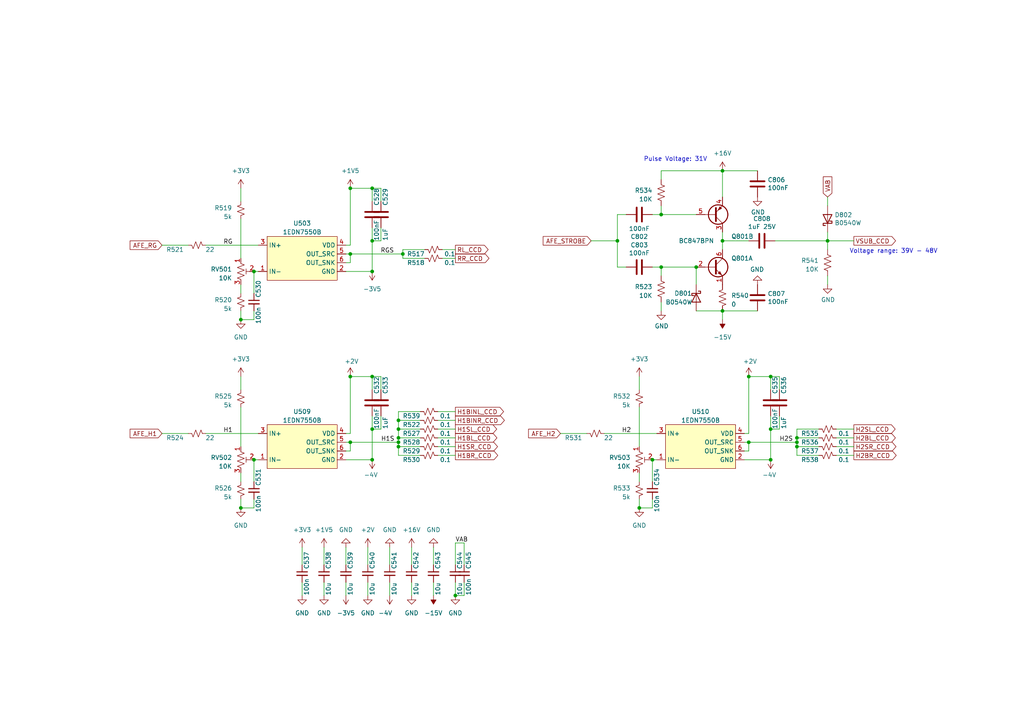
<source format=kicad_sch>
(kicad_sch (version 20230121) (generator eeschema)
  (paper "A4")
  (title_block (title "Sitina 1 CCD H Drivers") (date "2023-08-19") (rev "R0.7") (company "Copyright 2023 Wenting Zhang, AL") (comment 2 "MERCHANTABILITY, SATISFACTORY QUALITY AND FITNESS FOR A PARTICULAR PURPOSE.") (comment 3 "This source is distributed WITHOUT ANY EXPRESS OR IMPLIED WARRANTY, INCLUDING OF") (comment 4 "This source describes Open Hardware and is licensed under the CERN-OHL-P v2."))
  (lib_symbols
    (symbol "Device:C" (pin_numbers hide) (pin_names (offset 0.254))
      (property "Reference" "C" (at 0.635 2.54 0))
      (property "Value" "C" (at 0.635 -2.54 0))
      (symbol "C_0_1"
        (polyline (pts (xy -2.032 -0.762) (xy 2.032 -0.762)) (stroke (width 0.508)))
        (polyline (pts (xy -2.032 0.762) (xy 2.032 0.762)) (stroke (width 0.508)))
      )
      (symbol "C_1_1"
        (pin passive line (at 0 3.81 270) (length 2.794) (name "~") (number "1"))
        (pin passive line (at 0 -3.81 90) (length 2.794) (name "~") (number "2"))
      )
    )
    (symbol "Device:C_Small" (pin_numbers hide) (pin_names (offset 0.254) hide)
      (property "Reference" "C" (at 0.254 1.778 0))
      (property "Value" "C_Small" (at 0.254 -2.032 0))
      (symbol "C_Small_0_1"
        (polyline (pts (xy -1.524 -0.508) (xy 1.524 -0.508)) (stroke (width 0.3302)))
        (polyline (pts (xy -1.524 0.508) (xy 1.524 0.508)) (stroke (width 0.3048)))
      )
      (symbol "C_Small_1_1"
        (pin passive line (at 0 2.54 270) (length 2.032) (name "~") (number "1"))
        (pin passive line (at 0 -2.54 90) (length 2.032) (name "~") (number "2"))
      )
    )
    (symbol "Device:D_Schottky" (pin_numbers hide) (pin_names (offset 1.016) hide)
      (property "Reference" "D" (at 0 2.54 0))
      (property "Value" "D_Schottky" (at 0 -2.54 0))
      (symbol "D_Schottky_0_1"
        (polyline (pts (xy 1.27 0) (xy -1.27 0)))
        (polyline (pts (xy 1.27 1.27) (xy 1.27 -1.27) (xy -1.27 0) (xy 1.27 1.27)) (stroke (width 0.254)))
        (polyline (pts (xy -1.905 0.635) (xy -1.905 1.27) (xy -1.27 1.27) (xy -1.27 -1.27) (xy -0.635 -1.27) (xy -0.635 -0.635)) (stroke (width 0.254)))
      )
      (symbol "D_Schottky_1_1"
        (pin passive line (at -3.81 0 0) (length 2.54) (name "K") (number "1"))
        (pin passive line (at 3.81 0 180) (length 2.54) (name "A") (number "2"))
      )
    )
    (symbol "Device:R_Potentiometer_Trim_US" (pin_names (offset 1.016) hide)
      (property "Reference" "RV" (at -4.445 0 90))
      (property "Value" "R_Potentiometer_Trim_US" (at -2.54 0 90))
      (symbol "R_Potentiometer_Trim_US_0_1"
        (polyline (pts (xy 0 -2.286) (xy 0 -2.54)))
        (polyline (pts (xy 0 2.286) (xy 0 2.54)))
        (polyline (pts (xy 1.524 0.762) (xy 1.524 -0.762)))
        (polyline (pts (xy 2.54 0) (xy 1.524 0)))
        (polyline (pts (xy 0 -0.762) (xy 1.016 -1.143) (xy 0 -1.524) (xy -1.016 -1.905) (xy 0 -2.286)))
        (polyline (pts (xy 0 0.762) (xy 1.016 0.381) (xy 0 0) (xy -1.016 -0.381) (xy 0 -0.762)))
        (polyline (pts (xy 0 2.286) (xy 1.016 1.905) (xy 0 1.524) (xy -1.016 1.143) (xy 0 0.762)))
      )
      (symbol "R_Potentiometer_Trim_US_1_1"
        (pin passive line (at 0 3.81 270) (length 1.27) (name "1") (number "1"))
        (pin passive line (at 3.81 0 180) (length 1.27) (name "2") (number "2"))
        (pin passive line (at 0 -3.81 90) (length 1.27) (name "3") (number "3"))
      )
    )
    (symbol "Device:R_Small_US" (pin_numbers hide) (pin_names (offset 0.254) hide)
      (property "Reference" "R" (at 0.762 0.508 0))
      (property "Value" "R_Small_US" (at 0.762 -1.016 0))
      (symbol "R_Small_US_1_1"
        (polyline (pts (xy 0 0) (xy 1.016 -0.381) (xy 0 -0.762) (xy -1.016 -1.143) (xy 0 -1.524)))
        (polyline (pts (xy 0 1.524) (xy 1.016 1.143) (xy 0 0.762) (xy -1.016 0.381) (xy 0 0)))
        (pin passive line (at 0 2.54 270) (length 1.016) (name "~") (number "1"))
        (pin passive line (at 0 -2.54 90) (length 1.016) (name "~") (number "2"))
      )
    )
    (symbol "Device:R_US" (pin_numbers hide) (pin_names (offset 0))
      (property "Reference" "R" (at 2.54 0 90))
      (property "Value" "R_US" (at -2.54 0 90))
      (symbol "R_US_0_1"
        (polyline (pts (xy 0 -2.286) (xy 0 -2.54)))
        (polyline (pts (xy 0 2.286) (xy 0 2.54)))
        (polyline (pts (xy 0 -0.762) (xy 1.016 -1.143) (xy 0 -1.524) (xy -1.016 -1.905) (xy 0 -2.286)))
        (polyline (pts (xy 0 0.762) (xy 1.016 0.381) (xy 0 0) (xy -1.016 -0.381) (xy 0 -0.762)))
        (polyline (pts (xy 0 2.286) (xy 1.016 1.905) (xy 0 1.524) (xy -1.016 1.143) (xy 0 0.762)))
      )
      (symbol "R_US_1_1"
        (pin passive line (at 0 3.81 270) (length 1.27) (name "~") (number "1"))
        (pin passive line (at 0 -3.81 90) (length 1.27) (name "~") (number "2"))
      )
    )
    (symbol "GND_1" (power) (pin_names (offset 0))
      (property "Value" "GND_1" (at 0 -3.81 0))
      (symbol "GND_1_0_1"
        (polyline (pts (xy 0 0) (xy 0 -1.27) (xy 1.27 -1.27) (xy 0 -2.54) (xy -1.27 -1.27) (xy 0 -1.27)))
      )
      (symbol "GND_1_1_1"
        (pin power_in line (at 0 0 270) (length 0) hide (name "GND") (number "1"))
      )
    )
    (symbol "Sitina:+2V" (power) (pin_names (offset 0))
      (property "Value" "+2V" (at 0 3.556 0))
      (symbol "+2V_0_1"
        (polyline (pts (xy -0.762 1.27) (xy 0 2.54)))
        (polyline (pts (xy 0 0) (xy 0 2.54)))
        (polyline (pts (xy 0 2.54) (xy 0.762 1.27)))
      )
      (symbol "+2V_1_1"
        (pin power_in line (at 0 0 90) (length 0) hide (name "+2V") (number "1"))
      )
    )
    (symbol "Sitina:-3V5" (power) (pin_names (offset 0))
      (property "Value" "-3V5" (at 0 3.556 0))
      (symbol "-3V5_0_1"
        (polyline (pts (xy -0.762 1.27) (xy 0 2.54)))
        (polyline (pts (xy 0 0) (xy 0 2.54)))
        (polyline (pts (xy 0 2.54) (xy 0.762 1.27)))
      )
      (symbol "-3V5_1_1"
        (pin power_in line (at 0 0 90) (length 0) hide (name "-3V5") (number "1"))
      )
    )
    (symbol "Sitina:-4V" (power) (pin_names (offset 0))
      (property "Value" "-4V" (at 0 3.556 0))
      (symbol "-4V_0_1"
        (polyline (pts (xy -0.762 1.27) (xy 0 2.54)))
        (polyline (pts (xy 0 0) (xy 0 2.54)))
        (polyline (pts (xy 0 2.54) (xy 0.762 1.27)))
      )
      (symbol "-4V_1_1"
        (pin power_in line (at 0 0 90) (length 0) hide (name "-4V") (number "1"))
      )
    )
    (symbol "Transistor_BJT:BC847BPN" (pin_names (offset 0) hide)
      (property "Reference" "Q" (at 5.08 1.27 0))
      (property "Value" "BC847BPN" (at 5.08 -1.27 0))
      (symbol "BC847BPN_0_1"
        (polyline (pts (xy 0.635 0) (xy -2.54 0)))
        (circle (center 1.27 0) (radius 2.8194) (stroke (width 0.254)))
        (circle (center 1.27 0) (radius 2.8194) (stroke (width 0.254)))
      )
      (symbol "BC847BPN_1_1"
        (polyline (pts (xy 0.635 0.635) (xy 2.54 2.54)))
        (polyline (pts (xy 0.635 -0.635) (xy 2.54 -2.54) (xy 2.54 -2.54)))
        (polyline (pts (xy 0.635 1.905) (xy 0.635 -1.905) (xy 0.635 -1.905)) (stroke (width 0.508)))
        (polyline (pts (xy 1.27 -1.778) (xy 1.778 -1.27) (xy 2.286 -2.286) (xy 1.27 -1.778) (xy 1.27 -1.778)) (fill (type outline)))
        (pin passive line (at 2.54 -5.08 90) (length 2.54) (name "E1") (number "1"))
        (pin input line (at -5.08 0 0) (length 2.54) (name "B1") (number "2"))
        (pin passive line (at 2.54 5.08 270) (length 2.54) (name "C1") (number "6"))
      )
      (symbol "BC847BPN_2_1"
        (polyline (pts (xy 0.635 0.635) (xy 2.54 2.54)))
        (polyline (pts (xy 0.635 -0.635) (xy 2.54 -2.54) (xy 2.54 -2.54)))
        (polyline (pts (xy 0.635 1.905) (xy 0.635 -1.905) (xy 0.635 -1.905)) (stroke (width 0.508)))
        (polyline (pts (xy 2.286 -1.778) (xy 1.778 -2.286) (xy 1.27 -1.27) (xy 2.286 -1.778) (xy 2.286 -1.778)) (fill (type outline)))
        (pin passive line (at 2.54 5.08 270) (length 2.54) (name "C2") (number "3"))
        (pin passive line (at 2.54 -5.08 90) (length 2.54) (name "E2") (number "4"))
        (pin input line (at -5.08 0 0) (length 2.54) (name "B2") (number "5"))
      )
    )
    (symbol "power:+1V5" (power) (pin_names (offset 0))
      (property "Value" "+1V5" (at 0 3.556 0))
      (symbol "+1V5_0_1"
        (polyline (pts (xy -0.762 1.27) (xy 0 2.54)))
        (polyline (pts (xy 0 0) (xy 0 2.54)))
        (polyline (pts (xy 0 2.54) (xy 0.762 1.27)))
      )
      (symbol "+1V5_1_1"
        (pin power_in line (at 0 0 90) (length 0) hide (name "+1V5") (number "1"))
      )
    )
    (symbol "power:+3V3" (power) (pin_names (offset 0))
      (property "Value" "+3V3" (at 0 3.556 0))
      (symbol "+3V3_0_1"
        (polyline (pts (xy -0.762 1.27) (xy 0 2.54)))
        (polyline (pts (xy 0 0) (xy 0 2.54)))
        (polyline (pts (xy 0 2.54) (xy 0.762 1.27)))
      )
      (symbol "+3V3_1_1"
        (pin power_in line (at 0 0 90) (length 0) hide (name "+3V3") (number "1"))
      )
    )
    (symbol "power:-15V" (power) (pin_names (offset 0))
      (property "Value" "-15V" (at 0 3.81 0))
      (symbol "-15V_0_0"
        (pin power_in line (at 0 0 90) (length 0) hide (name "-15V") (number "1"))
      )
      (symbol "-15V_0_1"
        (polyline (pts (xy 0 0) (xy 0 1.27) (xy 0.762 1.27) (xy 0 2.54) (xy -0.762 1.27) (xy 0 1.27)) (fill (type outline)))
      )
    )
    (symbol "power:GND" (power) (pin_names (offset 0))
      (property "Value" "GND" (at 0 -3.81 0))
      (symbol "GND_0_1"
        (polyline (pts (xy 0 0) (xy 0 -1.27) (xy 1.27 -1.27) (xy 0 -2.54) (xy -1.27 -1.27) (xy 0 -1.27)))
      )
      (symbol "GND_1_1"
        (pin power_in line (at 0 0 270) (length 0) hide (name "GND") (number "1"))
      )
    )
    (symbol "symbols:+16V" (power) (pin_names (offset 0))
      (property "Value" "+16V" (at 0 3.556 0))
      (symbol "+16V_0_1"
        (polyline (pts (xy -0.762 1.27) (xy 0 2.54)))
        (polyline (pts (xy 0 0) (xy 0 2.54)))
        (polyline (pts (xy 0 2.54) (xy 0.762 1.27)))
      )
      (symbol "+16V_1_1"
        (pin power_in line (at 0 0 90) (length 0) hide (name "+16V") (number "1"))
      )
    )
    (symbol "symbols:1EDNx550B"
      (property "Reference" "U" (at 0 0 0))
      (property "Value" "1EDNx550" (at 0 0 0))
      (symbol "1EDNx550B_0_1"
        (rectangle (start 0 -2.54) (end 20.32 -15.24) (fill (type background)))
      )
      (symbol "1EDNx550B_1_1"
        (pin input line (at -2.54 -12.7 0) (length 2.54) (name "IN-") (number "1"))
        (pin passive line (at 22.86 -12.7 180) (length 2.54) (name "GND") (number "2"))
        (pin input line (at -2.54 -5.08 0) (length 2.54) (name "IN+") (number "3"))
        (pin power_in line (at 22.86 -5.08 180) (length 2.54) (name "VDD") (number "4"))
        (pin output line (at 22.86 -7.62 180) (length 2.54) (name "OUT_SRC") (number "5"))
        (pin output line (at 22.86 -10.16 180) (length 2.54) (name "OUT_SNK") (number "6"))
      )
    )
  )
  (junction (at 191.77 77.47) (diameter 0.9144))
  (junction (at 185.42 147.32))
  (junction (at 107.95 109.22))
  (junction (at 223.52 109.22))
  (junction (at 231.14 127))
  (junction (at 223.52 133.35))
  (junction (at 201.93 77.47) (diameter 0.9144))
  (junction (at 69.85 92.71))
  (junction (at 107.95 78.74))
  (junction (at 115.57 128.27))
  (junction (at 132.08 172.72))
  (junction (at 115.57 129.54))
  (junction (at 69.85 147.32))
  (junction (at 191.77 62.23) (diameter 0.9144))
  (junction (at 231.14 128.27))
  (junction (at 101.6 128.27))
  (junction (at 240.03 69.85) (diameter 0.9144))
  (junction (at 209.55 69.85) (diameter 0.9144))
  (junction (at 223.52 124.46))
  (junction (at 209.55 49.53) (diameter 0.9144))
  (junction (at 101.6 73.66))
  (junction (at 189.23 133.35))
  (junction (at 217.17 128.27))
  (junction (at 116.84 73.66))
  (junction (at 73.66 133.35))
  (junction (at 217.17 109.22))
  (junction (at 115.57 121.92))
  (junction (at 107.95 54.61))
  (junction (at 73.66 78.74))
  (junction (at 107.95 133.35))
  (junction (at 107.95 124.46))
  (junction (at 107.95 69.85))
  (junction (at 209.55 90.17) (diameter 0.9144))
  (junction (at 115.57 124.46))
  (junction (at 101.6 109.22))
  (junction (at 179.07 69.85))
  (junction (at 115.57 127))
  (junction (at 231.14 129.54))
  (junction (at 101.6 54.61))
  (wire (pts (xy 107.95 109.22) (xy 110.49 109.22)))
  (wire (pts (xy 189.23 133.35) (xy 189.23 139.7)))
  (wire (pts (xy 189.23 62.23) (xy 191.77 62.23)))
  (wire (pts (xy 115.57 121.92) (xy 115.57 124.46)))
  (wire (pts (xy 121.92 127) (xy 115.57 127)))
  (wire (pts (xy 69.85 85.09) (xy 69.85 82.55)))
  (wire (pts (xy 134.62 163.83) (xy 134.62 157.48)))
  (wire (pts (xy 101.6 128.27) (xy 101.6 130.81)))
  (wire (pts (xy 107.95 124.46) (xy 110.49 124.46)))
  (wire (pts (xy 113.03 158.75) (xy 113.03 163.83)))
  (wire (pts (xy 107.95 113.03) (xy 107.95 109.22)))
  (wire (pts (xy 46.99 71.12) (xy 54.61 71.12)))
  (wire (pts (xy 219.71 90.17) (xy 209.55 90.17)))
  (wire (pts (xy 107.95 54.61) (xy 110.49 54.61)))
  (wire (pts (xy 59.69 125.73) (xy 74.93 125.73)))
  (wire (pts (xy 231.14 129.54) (xy 231.14 132.08)))
  (wire (pts (xy 209.55 49.53) (xy 191.77 49.53)))
  (wire (pts (xy 107.95 69.85) (xy 110.49 69.85)))
  (wire (pts (xy 100.33 73.66) (xy 101.6 73.66)))
  (wire (pts (xy 107.95 69.85) (xy 107.95 78.74)))
  (wire (pts (xy 115.57 124.46) (xy 121.92 124.46)))
  (wire (pts (xy 74.93 78.74) (xy 73.66 78.74)))
  (wire (pts (xy 191.77 52.07) (xy 191.77 49.53)))
  (wire (pts (xy 69.85 118.11) (xy 69.85 129.54)))
  (wire (pts (xy 101.6 54.61) (xy 107.95 54.61)))
  (wire (pts (xy 69.85 92.71) (xy 69.85 90.17)))
  (wire (pts (xy 132.08 157.48) (xy 132.08 163.83)))
  (wire (pts (xy 110.49 54.61) (xy 110.49 58.42)))
  (wire (pts (xy 110.49 120.65) (xy 110.49 124.46)))
  (wire (pts (xy 134.62 157.48) (xy 132.08 157.48)))
  (wire (pts (xy 223.52 109.22) (xy 226.06 109.22)))
  (wire (pts (xy 189.23 77.47) (xy 191.77 77.47)))
  (wire (pts (xy 223.52 113.03) (xy 223.52 109.22)))
  (wire (pts (xy 115.57 132.08) (xy 121.92 132.08)))
  (wire (pts (xy 215.9 128.27) (xy 217.17 128.27)))
  (wire (pts (xy 100.33 128.27) (xy 101.6 128.27)))
  (wire (pts (xy 107.95 69.85) (xy 107.95 66.04)))
  (wire (pts (xy 179.07 69.85) (xy 179.07 77.47)))
  (wire (pts (xy 240.03 69.85) (xy 240.03 72.39)))
  (wire (pts (xy 125.73 158.75) (xy 125.73 163.83)))
  (wire (pts (xy 59.69 71.12) (xy 74.93 71.12)))
  (wire (pts (xy 87.63 168.91) (xy 87.63 172.72)))
  (wire (pts (xy 107.95 124.46) (xy 107.95 120.65)))
  (wire (pts (xy 242.57 124.46) (xy 247.65 124.46)))
  (wire (pts (xy 74.93 133.35) (xy 73.66 133.35)))
  (wire (pts (xy 224.79 69.85) (xy 240.03 69.85)))
  (wire (pts (xy 209.55 69.85) (xy 217.17 69.85)))
  (wire (pts (xy 115.57 119.38) (xy 115.57 121.92)))
  (wire (pts (xy 185.42 118.11) (xy 185.42 129.54)))
  (wire (pts (xy 100.33 168.91) (xy 100.33 172.72)))
  (wire (pts (xy 209.55 49.53) (xy 209.55 57.15)))
  (wire (pts (xy 175.26 125.73) (xy 190.5 125.73)))
  (wire (pts (xy 242.57 132.08) (xy 247.65 132.08)))
  (wire (pts (xy 237.49 127) (xy 231.14 127)))
  (wire (pts (xy 119.38 168.91) (xy 119.38 172.72)))
  (wire (pts (xy 171.45 69.85) (xy 179.07 69.85)))
  (wire (pts (xy 201.93 90.17) (xy 209.55 90.17)))
  (wire (pts (xy 87.63 158.75) (xy 87.63 163.83)))
  (wire (pts (xy 226.06 120.65) (xy 226.06 124.46)))
  (wire (pts (xy 69.85 109.22) (xy 69.85 113.03)))
  (wire (pts (xy 127 129.54) (xy 132.08 129.54)))
  (wire (pts (xy 191.77 77.47) (xy 201.93 77.47)))
  (wire (pts (xy 237.49 129.54) (xy 231.14 129.54)))
  (wire (pts (xy 106.68 168.91) (xy 106.68 172.72)))
  (wire (pts (xy 119.38 158.75) (xy 119.38 163.83)))
  (wire (pts (xy 185.42 139.7) (xy 185.42 137.16)))
  (wire (pts (xy 191.77 87.63) (xy 191.77 90.17)))
  (wire (pts (xy 73.66 147.32) (xy 69.85 147.32)))
  (wire (pts (xy 191.77 80.01) (xy 191.77 77.47)))
  (wire (pts (xy 101.6 73.66) (xy 116.84 73.66)))
  (wire (pts (xy 115.57 128.27) (xy 115.57 127)))
  (wire (pts (xy 121.92 119.38) (xy 115.57 119.38)))
  (wire (pts (xy 242.57 129.54) (xy 247.65 129.54)))
  (wire (pts (xy 226.06 109.22) (xy 226.06 113.03)))
  (wire (pts (xy 107.95 58.42) (xy 107.95 54.61)))
  (wire (pts (xy 217.17 109.22) (xy 217.17 125.73)))
  (wire (pts (xy 127 124.46) (xy 132.08 124.46)))
  (wire (pts (xy 231.14 128.27) (xy 231.14 127)))
  (wire (pts (xy 240.03 67.31) (xy 240.03 69.85)))
  (wire (pts (xy 231.14 124.46) (xy 237.49 124.46)))
  (wire (pts (xy 231.14 132.08) (xy 237.49 132.08)))
  (wire (pts (xy 223.52 124.46) (xy 223.52 133.35)))
  (wire (pts (xy 69.85 63.5) (xy 69.85 74.93)))
  (wire (pts (xy 132.08 172.72) (xy 134.62 172.72)))
  (wire (pts (xy 242.57 127) (xy 247.65 127)))
  (wire (pts (xy 123.19 72.39) (xy 116.84 72.39)))
  (wire (pts (xy 100.33 158.75) (xy 100.33 163.83)))
  (wire (pts (xy 215.9 125.73) (xy 217.17 125.73)))
  (wire (pts (xy 100.33 71.12) (xy 101.6 71.12)))
  (wire (pts (xy 93.98 158.75) (xy 93.98 163.83)))
  (wire (pts (xy 217.17 109.22) (xy 223.52 109.22)))
  (wire (pts (xy 217.17 130.81) (xy 215.9 130.81)))
  (wire (pts (xy 240.03 80.01) (xy 240.03 82.55)))
  (wire (pts (xy 73.66 133.35) (xy 73.66 139.7)))
  (wire (pts (xy 110.49 66.04) (xy 110.49 69.85)))
  (wire (pts (xy 181.61 62.23) (xy 179.07 62.23)))
  (wire (pts (xy 231.14 127) (xy 231.14 124.46)))
  (wire (pts (xy 162.56 125.73) (xy 170.18 125.73)))
  (wire (pts (xy 116.84 72.39) (xy 116.84 73.66)))
  (wire (pts (xy 217.17 128.27) (xy 231.14 128.27)))
  (wire (pts (xy 189.23 147.32) (xy 185.42 147.32)))
  (wire (pts (xy 127 119.38) (xy 132.08 119.38)))
  (wire (pts (xy 73.66 78.74) (xy 73.66 85.09)))
  (wire (pts (xy 215.9 133.35) (xy 223.52 133.35)))
  (wire (pts (xy 179.07 77.47) (xy 181.61 77.47)))
  (wire (pts (xy 247.65 69.85) (xy 240.03 69.85)))
  (wire (pts (xy 93.98 168.91) (xy 93.98 172.72)))
  (wire (pts (xy 191.77 59.69) (xy 191.77 62.23)))
  (wire (pts (xy 223.52 124.46) (xy 223.52 120.65)))
  (wire (pts (xy 101.6 109.22) (xy 107.95 109.22)))
  (wire (pts (xy 189.23 144.78) (xy 189.23 147.32)))
  (wire (pts (xy 240.03 57.15) (xy 240.03 59.69)))
  (wire (pts (xy 115.57 129.54) (xy 115.57 128.27)))
  (wire (pts (xy 100.33 125.73) (xy 101.6 125.73)))
  (wire (pts (xy 127 127) (xy 132.08 127)))
  (wire (pts (xy 101.6 73.66) (xy 101.6 76.2)))
  (wire (pts (xy 209.55 69.85) (xy 209.55 72.39)))
  (wire (pts (xy 69.85 147.32) (xy 69.85 144.78)))
  (wire (pts (xy 127 132.08) (xy 132.08 132.08)))
  (wire (pts (xy 127 121.92) (xy 132.08 121.92)))
  (wire (pts (xy 107.95 124.46) (xy 107.95 133.35)))
  (wire (pts (xy 191.77 62.23) (xy 201.93 62.23)))
  (wire (pts (xy 231.14 129.54) (xy 231.14 128.27)))
  (wire (pts (xy 209.55 90.17) (xy 209.55 92.71)))
  (wire (pts (xy 121.92 121.92) (xy 115.57 121.92)))
  (wire (pts (xy 69.85 139.7) (xy 69.85 137.16)))
  (wire (pts (xy 100.33 133.35) (xy 107.95 133.35)))
  (wire (pts (xy 101.6 128.27) (xy 115.57 128.27)))
  (wire (pts (xy 132.08 168.91) (xy 132.08 172.72)))
  (wire (pts (xy 128.27 72.39) (xy 132.08 72.39)))
  (wire (pts (xy 73.66 92.71) (xy 69.85 92.71)))
  (wire (pts (xy 73.66 144.78) (xy 73.66 147.32)))
  (wire (pts (xy 46.99 125.73) (xy 54.61 125.73)))
  (wire (pts (xy 121.92 129.54) (xy 115.57 129.54)))
  (wire (pts (xy 110.49 109.22) (xy 110.49 113.03)))
  (wire (pts (xy 209.55 49.53) (xy 219.71 49.53)))
  (wire (pts (xy 101.6 54.61) (xy 101.6 71.12)))
  (wire (pts (xy 125.73 168.91) (xy 125.73 172.72)))
  (wire (pts (xy 223.52 124.46) (xy 226.06 124.46)))
  (wire (pts (xy 217.17 128.27) (xy 217.17 130.81)))
  (wire (pts (xy 101.6 76.2) (xy 100.33 76.2)))
  (wire (pts (xy 185.42 109.22) (xy 185.42 113.03)))
  (wire (pts (xy 101.6 109.22) (xy 101.6 125.73)))
  (wire (pts (xy 115.57 129.54) (xy 115.57 132.08)))
  (wire (pts (xy 100.33 78.74) (xy 107.95 78.74)))
  (wire (pts (xy 116.84 73.66) (xy 116.84 74.93)))
  (wire (pts (xy 106.68 158.75) (xy 106.68 163.83)))
  (wire (pts (xy 201.93 82.55) (xy 201.93 77.47)))
  (wire (pts (xy 190.5 133.35) (xy 189.23 133.35)))
  (wire (pts (xy 113.03 168.91) (xy 113.03 172.72)))
  (wire (pts (xy 101.6 130.81) (xy 100.33 130.81)))
  (wire (pts (xy 69.85 54.61) (xy 69.85 58.42)))
  (wire (pts (xy 115.57 127) (xy 115.57 124.46)))
  (wire (pts (xy 179.07 62.23) (xy 179.07 69.85)))
  (wire (pts (xy 128.27 74.93) (xy 132.08 74.93)))
  (wire (pts (xy 123.19 74.93) (xy 116.84 74.93)))
  (wire (pts (xy 73.66 90.17) (xy 73.66 92.71)))
  (wire (pts (xy 134.62 172.72) (xy 134.62 168.91)))
  (wire (pts (xy 209.55 67.31) (xy 209.55 69.85)))
  (wire (pts (xy 185.42 147.32) (xy 185.42 144.78)))
  (text "Pulse Voltage: 31V" (at 186.69 46.99 0) (effects (font (size 1.27 1.27)) (justify left bottom)))
  (text "Voltage range: 39V - 48V" (at 246.38 73.66 0) (effects (font (size 1.27 1.27)) (justify left bottom)))
  (label "RG" (at 64.77 71.12 0))
  (label "RGS" (at 114.3 73.66 180))
  (label "H1" (at 64.77 125.73 0))
  (label "H1S" (at 110.49 128.27 0))
  (label "VAB" (at 132.08 157.48 0))
  (label "H2S" (at 226.06 128.27 0))
  (label "H2" (at 180.34 125.73 0))
  (global_label "VAB" (shape input) (at 240.03 57.15 90) (property "Intersheetrefs" "${INTERSHEET_REFS}" (effects hide)))
  (global_label "H1BL_CCD" (shape output) (at 132.08 127 0) (property "Intersheetrefs" "${INTERSHEET_REFS}" (effects hide)))
  (global_label "VSUB_CCD" (shape output) (at 247.65 69.85 0) (property "Intersheetrefs" "${INTERSHEET_REFS}" (effects hide)))
  (global_label "H1SR_CCD" (shape output) (at 132.08 129.54 0) (property "Intersheetrefs" "${INTERSHEET_REFS}" (effects hide)))
  (global_label "H1SL_CCD" (shape output) (at 132.08 124.46 0) (property "Intersheetrefs" "${INTERSHEET_REFS}" (effects hide)))
  (global_label "AFE_H1" (shape input) (at 46.99 125.73 180) (property "Intersheetrefs" "${INTERSHEET_REFS}" (effects hide)))
  (global_label "H2SL_CCD" (shape output) (at 247.65 124.46 0) (property "Intersheetrefs" "${INTERSHEET_REFS}" (effects hide)))
  (global_label "H2SR_CCD" (shape output) (at 247.65 129.54 0) (property "Intersheetrefs" "${INTERSHEET_REFS}" (effects hide)))
  (global_label "H1BR_CCD" (shape output) (at 132.08 132.08 0) (property "Intersheetrefs" "${INTERSHEET_REFS}" (effects hide)))
  (global_label "AFE_RG" (shape input) (at 46.99 71.12 180) (property "Intersheetrefs" "${INTERSHEET_REFS}" (effects hide)))
  (global_label "AFE_STROBE" (shape input) (at 171.45 69.85 180) (property "Intersheetrefs" "${INTERSHEET_REFS}" (effects hide)))
  (global_label "AFE_H2" (shape input) (at 162.56 125.73 180) (property "Intersheetrefs" "${INTERSHEET_REFS}" (effects hide)))
  (global_label "H1BINR_CCD" (shape output) (at 132.08 121.92 0) (property "Intersheetrefs" "${INTERSHEET_REFS}" (effects hide)))
  (global_label "H2BR_CCD" (shape output) (at 247.65 132.08 0) (property "Intersheetrefs" "${INTERSHEET_REFS}" (effects hide)))
  (global_label "RL_CCD" (shape output) (at 132.08 72.39 0) (property "Intersheetrefs" "${INTERSHEET_REFS}" (effects hide)))
  (global_label "H2BL_CCD" (shape output) (at 247.65 127 0) (property "Intersheetrefs" "${INTERSHEET_REFS}" (effects hide)))
  (global_label "H1BINL_CCD" (shape output) (at 132.08 119.38 0) (property "Intersheetrefs" "${INTERSHEET_REFS}" (effects hide)))
  (global_label "RR_CCD" (shape output) (at 132.08 74.93 0) (property "Intersheetrefs" "${INTERSHEET_REFS}" (effects hide)))
  (symbol (lib_id "power:GND") (at 191.77 90.17 0) (unit 1)
    (property "Reference" "#PWR0806" (effects hide))
    (property "Value" "GND" (at 191.897 94.5642 0))
    (instances (project "pcb" (path "" (reference "#PWR0806") (unit 1)) (path "" (reference "#PWR0548") (unit 1))))
  )
  (symbol (lib_id "power:+3V3") (at 69.85 109.22 0) (unit 1)
    (property "Reference" "#PWR0545" (effects hide))
    (property "Value" "+3V3" (at 69.85 104.14 0))
    (instances (project "pcb" (path "" (reference "#PWR0545") (unit 1)) (path "" (reference "#PWR0550") (unit 1))))
  )
  (symbol (lib_id "Device:R_Small_US") (at 240.03 124.46 90) (mirror x) (unit 1)
    (property "Reference" "R535" (at 237.49 125.73 90) (effects (justify left)))
    (property "Value" "0.1" (at 246.38 125.73 90) (effects (justify left)))
    (property "Footprint" "Resistor_SMD:R_0603_1608Metric" (effects hide))
  )
  (symbol (lib_name "GND_1") (lib_id "power:GND") (at 93.98 172.72 0) (unit 1)
    (property "Reference" "#PWR0556" (effects hide))
    (property "Value" "GND" (at 93.98 177.8 0))
  )
  (symbol (lib_name "GND_1") (lib_id "power:GND") (at 100.33 158.75 180) (unit 1)
    (property "Reference" "#PWR0558" (effects hide))
    (property "Value" "GND" (at 100.33 153.67 0))
  )
  (symbol (lib_id "Sitina:-4V") (at 113.03 172.72 180) (unit 1)
    (property "Reference" "#PWR0560" (effects hide))
    (property "Value" "-4V" (at 111.76 177.8 0))
    (instances (project "pcb" (path "" (reference "#PWR0560") (unit 1)) (path "" (reference "#PWR0555") (unit 1))))
  )
  (symbol (lib_id "Device:R_Small_US") (at 125.73 72.39 90) (mirror x) (unit 1)
    (property "Reference" "R517" (at 123.19 73.66 90) (effects (justify left)))
    (property "Value" "0.1" (at 132.08 73.66 90) (effects (justify left)))
    (property "Footprint" "Resistor_SMD:R_0603_1608Metric" (effects hide))
  )
  (symbol (lib_id "Device:R_US") (at 191.77 55.88 0) (unit 1)
    (property "Reference" "R534" (at 189.23 55.245 0) (effects (justify right)))
    (property "Value" "10K" (at 189.23 57.785 0) (effects (justify right)))
    (property "Footprint" "Resistor_SMD:R_0402_1005Metric" (effects hide))
  )
  (symbol (lib_id "Device:R_Small_US") (at 69.85 87.63 0) (mirror y) (unit 1)
    (property "Reference" "R520" (at 67.31 86.995 0) (effects (justify left)))
    (property "Value" "5k" (at 67.31 89.535 0) (effects (justify left)))
    (property "Footprint" "Resistor_SMD:R_0402_1005Metric" (effects hide))
  )
  (symbol (lib_id "Device:C_Small") (at 100.33 166.37 0) (unit 1)
    (property "Reference" "C539" (at 101.6 165.1 90) (effects (justify left)))
    (property "Value" "10u" (at 101.6 172.72 90) (effects (justify left)))
    (property "Footprint" "Capacitor_SMD:C_0603_1608Metric" (effects hide))
  )
  (symbol (lib_id "Device:R_Small_US") (at 185.42 115.57 0) (mirror y) (unit 1)
    (property "Reference" "R532" (at 182.88 114.935 0) (effects (justify left)))
    (property "Value" "5k" (at 182.88 117.475 0) (effects (justify left)))
    (property "Footprint" "Resistor_SMD:R_0402_1005Metric" (effects hide))
  )
  (symbol (lib_id "Device:C") (at 219.71 86.36 180) (unit 1)
    (property "Reference" "C807" (at 222.631 85.1916 0) (effects (justify right)))
    (property "Value" "100nF" (at 222.631 87.503 0) (effects (justify right)))
    (property "Footprint" "Capacitor_SMD:C_0402_1005Metric" (effects hide))
    (instances (project "pcb" (path "" (reference "C807") (unit 1)) (path "" (reference "C534") (unit 1))))
  )
  (symbol (lib_id "Device:C") (at 226.06 116.84 0) (mirror x) (unit 1)
    (property "Reference" "C536" (at 227.33 114.3 90) (effects (justify right)))
    (property "Value" "1uF" (at 227.33 124.46 90) (effects (justify right)))
    (property "Footprint" "Capacitor_SMD:C_0402_1005Metric" (effects hide))
  )
  (symbol (lib_id "Device:C_Small") (at 87.63 166.37 0) (unit 1)
    (property "Reference" "C537" (at 88.9 165.1 90) (effects (justify left)))
    (property "Value" "100n" (at 88.9 172.72 90) (effects (justify left)))
    (property "Footprint" "Capacitor_SMD:C_0402_1005Metric" (effects hide))
  )
  (symbol (lib_id "Device:C_Small") (at 73.66 142.24 0) (unit 1)
    (property "Reference" "C531" (at 74.93 140.97 90) (effects (justify left)))
    (property "Value" "100n" (at 74.93 148.59 90) (effects (justify left)))
    (property "Footprint" "Capacitor_SMD:C_0402_1005Metric" (effects hide))
  )
  (symbol (lib_id "Device:C") (at 219.71 53.34 180) (unit 1)
    (property "Reference" "C806" (at 222.631 52.1716 0) (effects (justify right)))
    (property "Value" "100nF" (at 222.631 54.483 0) (effects (justify right)))
    (property "Footprint" "Capacitor_SMD:C_0402_1005Metric" (effects hide))
    (instances (project "pcb" (path "" (reference "C806") (unit 1)) (path "" (reference "C533") (unit 1))))
  )
  (symbol (lib_id "power:+1V5") (at 101.6 54.61 0) (unit 1)
    (property "Reference" "#PWR0540" (effects hide))
    (property "Value" "+1V5" (at 101.6 49.53 0))
    (instances (project "pcb" (path "" (reference "#PWR0540") (unit 1)) (path "" (reference "#PWR0559") (unit 1))))
  )
  (symbol (lib_id "Device:C") (at 110.49 62.23 0) (mirror x) (unit 1)
    (property "Reference" "C529" (at 111.76 59.69 90) (effects (justify right)))
    (property "Value" "1uF" (at 111.76 69.85 90) (effects (justify right)))
    (property "Footprint" "Capacitor_SMD:C_0402_1005Metric" (effects hide))
    (instances (project "pcb" (path "" (reference "C529") (unit 1)) (path "" (reference "C536") (unit 1))))
  )
  (symbol (lib_id "power:-15V") (at 125.73 172.72 180) (unit 1)
    (property "Reference" "#PWR0564" (effects hide))
    (property "Value" "-15V" (at 125.73 177.8 0))
    (instances (project "pcb" (path "" (reference "#PWR0564") (unit 1)) (path "" (reference "#PWR0553") (unit 1))))
  )
  (symbol (lib_id "Device:R_US") (at 209.55 86.36 0) (mirror y) (unit 1)
    (property "Reference" "R540" (at 212.09 85.725 0) (effects (justify right)))
    (property "Value" "0" (at 212.09 88.265 0) (effects (justify right)))
    (property "Footprint" "Resistor_SMD:R_0402_1005Metric" (effects hide))
  )
  (symbol (lib_id "power:+1V5") (at 93.98 158.75 0) (unit 1)
    (property "Reference" "#PWR0555" (effects hide))
    (property "Value" "+1V5" (at 93.98 153.67 0))
    (instances (project "pcb" (path "" (reference "#PWR0555") (unit 1)) (path "" (reference "#PWR0559") (unit 1))))
  )
  (symbol (lib_id "Device:C_Small") (at 125.73 166.37 0) (unit 1)
    (property "Reference" "C543" (at 127 165.1 90) (effects (justify left)))
    (property "Value" "10u" (at 127 172.72 90) (effects (justify left)))
    (property "Footprint" "Capacitor_SMD:C_0603_1608Metric" (effects hide))
  )
  (symbol (lib_id "Transistor_BJT:BC847BPN") (at 207.01 77.47 0) (unit 1)
    (property "Reference" "Q801" (at 212.09 74.93 0) (effects (justify left)))
    (property "Value" "BC847BPN" (at 196.85 69.85 0) (effects (justify left)))
    (property "Footprint" "Package_TO_SOT_SMD:SOT-363_SC-70-6" (effects hide))
    (property "Datasheet" "https://assets.nexperia.com/documents/data-sheet/BC847BPN.pdf" (effects hide))
    (instances (project "pcb" (path "" (reference "Q801") (unit 1)) (path "" (reference "Q501") (unit 1))))
  )
  (symbol (lib_id "Device:R_Small_US") (at 240.03 127 90) (mirror x) (unit 1)
    (property "Reference" "R536" (at 237.49 128.27 90) (effects (justify left)))
    (property "Value" "0.1" (at 246.38 128.27 90) (effects (justify left)))
    (property "Footprint" "Resistor_SMD:R_0603_1608Metric" (effects hide))
  )
  (symbol (lib_id "Device:C") (at 185.42 77.47 270) (unit 1)
    (property "Reference" "C803" (at 185.42 71.0692 90))
    (property "Value" "100nF" (at 185.42 73.3806 90))
    (property "Footprint" "Capacitor_SMD:C_0402_1005Metric" (effects hide))
    (instances (project "pcb" (path "" (reference "C803") (unit 1)) (path "" (reference "C530") (unit 1))))
  )
  (symbol (lib_id "Device:R_US") (at 191.77 83.82 0) (unit 1)
    (property "Reference" "R523" (at 189.23 83.185 0) (effects (justify right)))
    (property "Value" "10K" (at 189.23 85.725 0) (effects (justify right)))
    (property "Footprint" "Resistor_SMD:R_0402_1005Metric" (effects hide))
  )
  (symbol (lib_id "Device:R_Small_US") (at 57.15 125.73 90) (mirror x) (unit 1)
    (property "Reference" "R524" (at 53.34 127 90) (effects (justify left)))
    (property "Value" "22" (at 62.23 127 90) (effects (justify left)))
    (property "Footprint" "Resistor_SMD:R_0402_1005Metric" (effects hide))
  )
  (symbol (lib_id "Sitina:-4V") (at 223.52 133.35 180) (unit 1)
    (property "Reference" "#PWR0553" (effects hide))
    (property "Value" "-4V" (at 223.139 137.7442 0))
    (instances (project "pcb" (path "" (reference "#PWR0553") (unit 1)) (path "" (reference "#PWR0555") (unit 1))))
  )
  (symbol (lib_name "GND_1") (lib_id "power:GND") (at 69.85 92.71 0) (unit 1)
    (property "Reference" "#PWR0544" (effects hide))
    (property "Value" "GND" (at 69.85 97.79 0))
  )
  (symbol (lib_id "Device:C") (at 185.42 62.23 270) (mirror x) (unit 1)
    (property "Reference" "C802" (at 185.42 68.6308 90))
    (property "Value" "100nF" (at 185.42 66.3194 90))
    (property "Footprint" "Capacitor_SMD:C_0402_1005Metric" (effects hide))
    (instances (project "pcb" (path "" (reference "C802") (unit 1)) (path "" (reference "C529") (unit 1))))
  )
  (symbol (lib_id "Sitina:-3V5") (at 100.33 172.72 180) (unit 1)
    (property "Reference" "#PWR0557" (effects hide))
    (property "Value" "-3V5" (at 100.33 177.8 0))
    (instances (project "pcb" (path "" (reference "#PWR0557") (unit 1)) (path "" (reference "#PWR0554") (unit 1))))
  )
  (symbol (lib_id "Device:R_Small_US") (at 124.46 132.08 90) (mirror x) (unit 1)
    (property "Reference" "R530" (at 121.92 133.35 90) (effects (justify left)))
    (property "Value" "0.1" (at 130.81 133.35 90) (effects (justify left)))
    (property "Footprint" "Resistor_SMD:R_0603_1608Metric" (effects hide))
  )
  (symbol (lib_id "symbols:1EDNx550B") (at 193.04 120.65 0) (unit 1)
    (property "Reference" "U510" (at 203.2 119.38 0))
    (property "Value" "1EDN7550B" (at 203.2 121.92 0))
    (property "Footprint" "Package_TO_SOT_SMD:SOT-23-6_Handsoldering" (effects hide))
    (property "Datasheet" "https://www.infineon.com/dgdl/Infineon-1EDN6550B-DataSheet-v02_03-EN.pdf" (effects hide))
  )
  (symbol (lib_id "Device:R_US") (at 240.03 76.2 0) (unit 1)
    (property "Reference" "R541" (at 237.49 75.565 0) (effects (justify right)))
    (property "Value" "10K" (at 237.49 78.105 0) (effects (justify right)))
    (property "Footprint" "Resistor_SMD:R_0402_1005Metric" (effects hide))
  )
  (symbol (lib_id "power:+3V3") (at 185.42 109.22 0) (unit 1)
    (property "Reference" "#PWR0550" (effects hide))
    (property "Value" "+3V3" (at 185.42 104.14 0))
  )
  (symbol (lib_id "Device:R_Small_US") (at 69.85 142.24 0) (mirror y) (unit 1)
    (property "Reference" "R526" (at 67.31 141.605 0) (effects (justify left)))
    (property "Value" "5k" (at 67.31 144.145 0) (effects (justify left)))
    (property "Footprint" "Resistor_SMD:R_0402_1005Metric" (effects hide))
  )
  (symbol (lib_id "power:+3V3") (at 69.85 54.61 0) (unit 1)
    (property "Reference" "#PWR0542" (effects hide))
    (property "Value" "+3V3" (at 69.85 49.53 0))
    (instances (project "pcb" (path "" (reference "#PWR0542") (unit 1)) (path "" (reference "#PWR0550") (unit 1))))
  )
  (symbol (lib_id "Device:C") (at 107.95 116.84 0) (mirror x) (unit 1)
    (property "Reference" "C532" (at 109.22 114.3 90) (effects (justify right)))
    (property "Value" "100nF" (at 109.22 124.46 90) (effects (justify right)))
    (property "Footprint" "Capacitor_SMD:C_0402_1005Metric" (effects hide))
    (instances (project "pcb" (path "" (reference "C532") (unit 1)) (path "" (reference "C536") (unit 1))))
  )
  (symbol (lib_id "power:+3V3") (at 87.63 158.75 0) (unit 1)
    (property "Reference" "#PWR0554" (effects hide))
    (property "Value" "+3V3" (at 87.63 153.67 0))
    (instances (project "pcb" (path "" (reference "#PWR0554") (unit 1)) (path "" (reference "#PWR0550") (unit 1))))
  )
  (symbol (lib_id "Device:R_Small_US") (at 185.42 142.24 0) (mirror y) (unit 1)
    (property "Reference" "R533" (at 182.88 141.605 0) (effects (justify left)))
    (property "Value" "5k" (at 182.88 144.145 0) (effects (justify left)))
    (property "Footprint" "Resistor_SMD:R_0402_1005Metric" (effects hide))
  )
  (symbol (lib_id "power:GND") (at 219.71 57.15 0) (unit 1)
    (property "Reference" "#PWR0814" (effects hide))
    (property "Value" "GND" (at 219.837 61.5442 0))
    (instances (project "pcb" (path "" (reference "#PWR0814") (unit 1)) (path "" (reference "#PWR0556") (unit 1))))
  )
  (symbol (lib_id "Device:R_Potentiometer_Trim_US") (at 185.42 133.35 0) (unit 1)
    (property "Reference" "RV503" (at 182.88 132.715 0) (effects (justify right)))
    (property "Value" "10K" (at 182.88 135.255 0) (effects (justify right)))
    (property "Footprint" "Potentiometer_SMD:Potentiometer_ACP_CA6-VSMD_Vertical_Hole" (effects hide))
  )
  (symbol (lib_id "Device:R_Small_US") (at 124.46 121.92 90) (mirror x) (unit 1)
    (property "Reference" "R522" (at 121.92 123.19 90) (effects (justify left)))
    (property "Value" "0.1" (at 130.81 123.19 90) (effects (justify left)))
    (property "Footprint" "Resistor_SMD:R_0603_1608Metric" (effects hide))
  )
  (symbol (lib_id "Device:R_Potentiometer_Trim_US") (at 69.85 78.74 0) (unit 1)
    (property "Reference" "RV501" (at 67.31 78.105 0) (effects (justify right)))
    (property "Value" "10K" (at 67.31 80.645 0) (effects (justify right)))
    (property "Footprint" "Potentiometer_SMD:Potentiometer_ACP_CA6-VSMD_Vertical_Hole" (effects hide))
  )
  (symbol (lib_id "Device:R_Small_US") (at 69.85 60.96 0) (mirror y) (unit 1)
    (property "Reference" "R519" (at 67.31 60.325 0) (effects (justify left)))
    (property "Value" "5k" (at 67.31 62.865 0) (effects (justify left)))
    (property "Footprint" "Resistor_SMD:R_0402_1005Metric" (effects hide))
  )
  (symbol (lib_id "Device:R_Small_US") (at 57.15 71.12 90) (mirror x) (unit 1)
    (property "Reference" "R521" (at 53.34 72.39 90) (effects (justify left)))
    (property "Value" "22" (at 62.23 72.39 90) (effects (justify left)))
    (property "Footprint" "Resistor_SMD:R_0402_1005Metric" (effects hide))
  )
  (symbol (lib_id "Device:R_Small_US") (at 125.73 74.93 90) (mirror x) (unit 1)
    (property "Reference" "R518" (at 123.19 76.2 90) (effects (justify left)))
    (property "Value" "0.1" (at 132.08 76.2 90) (effects (justify left)))
    (property "Footprint" "Resistor_SMD:R_0603_1608Metric" (effects hide))
  )
  (symbol (lib_name "GND_1") (lib_id "power:GND") (at 113.03 158.75 180) (unit 1)
    (property "Reference" "#PWR0562" (effects hide))
    (property "Value" "GND" (at 113.03 153.67 0))
  )
  (symbol (lib_id "Device:R_Small_US") (at 124.46 119.38 90) (mirror x) (unit 1)
    (property "Reference" "R539" (at 121.92 120.65 90) (effects (justify left)))
    (property "Value" "0.1" (at 130.81 120.65 90) (effects (justify left)))
    (property "Footprint" "Resistor_SMD:R_0603_1608Metric" (effects hide))
  )
  (symbol (lib_id "symbols:1EDNx550B") (at 77.47 66.04 0) (unit 1)
    (property "Reference" "U503" (at 87.63 64.77 0))
    (property "Value" "1EDN7550B" (at 87.63 67.31 0))
    (property "Footprint" "Package_TO_SOT_SMD:SOT-23-6_Handsoldering" (effects hide))
    (property "Datasheet" "https://www.infineon.com/dgdl/Infineon-1EDN6550B-DataSheet-v02_03-EN.pdf" (effects hide))
  )
  (symbol (lib_id "Device:C_Small") (at 189.23 142.24 0) (unit 1)
    (property "Reference" "C534" (at 190.5 140.97 90) (effects (justify left)))
    (property "Value" "100n" (at 190.5 148.59 90) (effects (justify left)))
    (property "Footprint" "Capacitor_SMD:C_0402_1005Metric" (effects hide))
  )
  (symbol (lib_id "Device:R_Small_US") (at 124.46 124.46 90) (mirror x) (unit 1)
    (property "Reference" "R527" (at 121.92 125.73 90) (effects (justify left)))
    (property "Value" "0.1" (at 130.81 125.73 90) (effects (justify left)))
    (property "Footprint" "Resistor_SMD:R_0603_1608Metric" (effects hide))
  )
  (symbol (lib_id "Device:R_Small_US") (at 240.03 129.54 90) (mirror x) (unit 1)
    (property "Reference" "R537" (at 237.49 130.81 90) (effects (justify left)))
    (property "Value" "0.1" (at 246.38 130.81 90) (effects (justify left)))
    (property "Footprint" "Resistor_SMD:R_0603_1608Metric" (effects hide))
  )
  (symbol (lib_id "Device:C_Small") (at 93.98 166.37 0) (unit 1)
    (property "Reference" "C538" (at 95.25 165.1 90) (effects (justify left)))
    (property "Value" "10u" (at 95.25 172.72 90) (effects (justify left)))
    (property "Footprint" "Capacitor_SMD:C_0603_1608Metric" (effects hide))
  )
  (symbol (lib_name "GND_1") (lib_id "power:GND") (at 119.38 172.72 0) (unit 1)
    (property "Reference" "#PWR0565" (effects hide))
    (property "Value" "GND" (at 119.38 177.8 0))
  )
  (symbol (lib_id "Sitina:+2V") (at 101.6 109.22 0) (unit 1)
    (property "Reference" "#PWR0547" (effects hide))
    (property "Value" "+2V" (at 101.981 104.8258 0))
    (instances (project "pcb" (path "" (reference "#PWR0547") (unit 1)) (path "" (reference "#PWR0560") (unit 1))))
  )
  (symbol (lib_id "Device:D_Schottky") (at 240.03 63.5 90) (unit 1)
    (property "Reference" "D802" (at 242.062 62.3316 90) (effects (justify right)))
    (property "Value" "B0540W" (at 242.062 64.643 90) (effects (justify right)))
    (property "Footprint" "Diode_SMD:D_SOD-323" (effects hide))
    (instances (project "pcb" (path "" (reference "D802") (unit 1)) (path "" (reference "D506") (unit 1))))
  )
  (symbol (lib_name "GND_1") (lib_id "power:GND") (at 185.42 147.32 0) (unit 1)
    (property "Reference" "#PWR0551" (effects hide))
    (property "Value" "GND" (at 185.42 152.4 0))
  )
  (symbol (lib_id "symbols:+16V") (at 209.55 49.53 0) (unit 1)
    (property "Reference" "#PWR0810" (effects hide))
    (property "Value" "+16V" (at 209.55 44.45 0))
    (instances (project "pcb" (path "" (reference "#PWR0810") (unit 1)) (path "" (reference "#PWR0552") (unit 1))))
  )
  (symbol (lib_id "Device:R_Small_US") (at 124.46 129.54 90) (mirror x) (unit 1)
    (property "Reference" "R529" (at 121.92 130.81 90) (effects (justify left)))
    (property "Value" "0.1" (at 130.81 130.81 90) (effects (justify left)))
    (property "Footprint" "Resistor_SMD:R_0603_1608Metric" (effects hide))
  )
  (symbol (lib_id "Device:C_Small") (at 134.62 166.37 0) (unit 1)
    (property "Reference" "C545" (at 135.89 165.1 90) (effects (justify left)))
    (property "Value" "100n" (at 135.89 172.72 90) (effects (justify left)))
    (property "Footprint" "Capacitor_SMD:C_0402_1005Metric" (effects hide))
  )
  (symbol (lib_id "Device:C_Small") (at 119.38 166.37 0) (unit 1)
    (property "Reference" "C542" (at 120.65 165.1 90) (effects (justify left)))
    (property "Value" "10u" (at 120.65 172.72 90) (effects (justify left)))
    (property "Footprint" "Capacitor_SMD:C_0603_1608Metric" (effects hide))
  )
  (symbol (lib_id "Device:R_Small_US") (at 124.46 127 90) (mirror x) (unit 1)
    (property "Reference" "R528" (at 121.92 128.27 90) (effects (justify left)))
    (property "Value" "0.1" (at 130.81 128.27 90) (effects (justify left)))
    (property "Footprint" "Resistor_SMD:R_0603_1608Metric" (effects hide))
  )
  (symbol (lib_id "Device:R_Small_US") (at 172.72 125.73 90) (mirror x) (unit 1)
    (property "Reference" "R531" (at 168.91 127 90) (effects (justify left)))
    (property "Value" "22" (at 177.8 127 90) (effects (justify left)))
    (property "Footprint" "Resistor_SMD:R_0402_1005Metric" (effects hide))
  )
  (symbol (lib_id "Device:C") (at 110.49 116.84 0) (mirror x) (unit 1)
    (property "Reference" "C533" (at 111.76 114.3 90) (effects (justify right)))
    (property "Value" "1uF" (at 111.76 124.46 90) (effects (justify right)))
    (property "Footprint" "Capacitor_SMD:C_0402_1005Metric" (effects hide))
    (instances (project "pcb" (path "" (reference "C533") (unit 1)) (path "" (reference "C536") (unit 1))))
  )
  (symbol (lib_id "Device:D_Schottky") (at 201.93 86.36 270) (unit 1)
    (property "Reference" "D801" (at 195.58 85.09 90) (effects (justify left)))
    (property "Value" "B0540W" (at 193.04 87.63 90) (effects (justify left)))
    (property "Footprint" "Diode_SMD:D_SOD-323" (effects hide))
    (instances (project "pcb" (path "" (reference "D801") (unit 1)) (path "" (reference "D505") (unit 1))))
  )
  (symbol (lib_name "GND_1") (lib_id "power:GND") (at 69.85 147.32 0) (unit 1)
    (property "Reference" "#PWR0546" (effects hide))
    (property "Value" "GND" (at 69.85 152.4 0))
  )
  (symbol (lib_id "Sitina:+2V") (at 217.17 109.22 0) (unit 1)
    (property "Reference" "#PWR0552" (effects hide))
    (property "Value" "+2V" (at 217.551 104.8258 0))
    (instances (project "pcb" (path "" (reference "#PWR0552") (unit 1)) (path "" (reference "#PWR0560") (unit 1))))
  )
  (symbol (lib_id "Device:C_Small") (at 106.68 166.37 0) (unit 1)
    (property "Reference" "C540" (at 107.95 165.1 90) (effects (justify left)))
    (property "Value" "10u" (at 107.95 172.72 90) (effects (justify left)))
    (property "Footprint" "Capacitor_SMD:C_0603_1608Metric" (effects hide))
  )
  (symbol (lib_id "power:GND") (at 240.03 82.55 0) (unit 1)
    (property "Reference" "#PWR0818" (effects hide))
    (property "Value" "GND" (at 240.157 86.9442 0))
    (instances (project "pcb" (path "" (reference "#PWR0818") (unit 1)) (path "" (reference "#PWR0558") (unit 1))))
  )
  (symbol (lib_id "Device:R_Potentiometer_Trim_US") (at 69.85 133.35 0) (unit 1)
    (property "Reference" "RV502" (at 67.31 132.715 0) (effects (justify right)))
    (property "Value" "10K" (at 67.31 135.255 0) (effects (justify right)))
    (property "Footprint" "Potentiometer_SMD:Potentiometer_ACP_CA6-VSMD_Vertical_Hole" (effects hide))
  )
  (symbol (lib_id "Sitina:-3V5") (at 107.95 78.74 180) (unit 1)
    (property "Reference" "#PWR0541" (effects hide))
    (property "Value" "-3V5" (at 107.95 83.82 0))
    (instances (project "pcb" (path "" (reference "#PWR0541") (unit 1)) (path "" (reference "#PWR0554") (unit 1))))
  )
  (symbol (lib_id "Device:C_Small") (at 113.03 166.37 0) (unit 1)
    (property "Reference" "C541" (at 114.3 165.1 90) (effects (justify left)))
    (property "Value" "10u" (at 114.3 172.72 90) (effects (justify left)))
    (property "Footprint" "Capacitor_SMD:C_0603_1608Metric" (effects hide))
  )
  (symbol (lib_id "Device:R_Small_US") (at 69.85 115.57 0) (mirror y) (unit 1)
    (property "Reference" "R525" (at 67.31 114.935 0) (effects (justify left)))
    (property "Value" "5k" (at 67.31 117.475 0) (effects (justify left)))
    (property "Footprint" "Resistor_SMD:R_0402_1005Metric" (effects hide))
  )
  (symbol (lib_id "Device:C") (at 223.52 116.84 0) (mirror x) (unit 1)
    (property "Reference" "C535" (at 224.79 114.3 90) (effects (justify right)))
    (property "Value" "100nF" (at 224.79 124.46 90) (effects (justify right)))
    (property "Footprint" "Capacitor_SMD:C_0402_1005Metric" (effects hide))
    (instances (project "pcb" (path "" (reference "C535") (unit 1)) (path "" (reference "C536") (unit 1))))
  )
  (symbol (lib_id "Device:C_Small") (at 132.08 166.37 0) (unit 1)
    (property "Reference" "C544" (at 133.35 165.1 90) (effects (justify left)))
    (property "Value" "10u" (at 133.35 172.72 90) (effects (justify left)))
    (property "Footprint" "Capacitor_SMD:C_0603_1608Metric" (effects hide))
  )
  (symbol (lib_id "Device:C_Small") (at 73.66 87.63 0) (unit 1)
    (property "Reference" "C530" (at 74.93 86.36 90) (effects (justify left)))
    (property "Value" "100n" (at 74.93 93.98 90) (effects (justify left)))
    (property "Footprint" "Capacitor_SMD:C_0402_1005Metric" (effects hide))
  )
  (symbol (lib_id "Sitina:+2V") (at 106.68 158.75 0) (unit 1)
    (property "Reference" "#PWR0559" (effects hide))
    (property "Value" "+2V" (at 106.68 153.67 0))
    (instances (project "pcb" (path "" (reference "#PWR0559") (unit 1)) (path "" (reference "#PWR0560") (unit 1))))
  )
  (symbol (lib_id "power:-15V") (at 209.55 92.71 180) (unit 1)
    (property "Reference" "#PWR0811" (effects hide))
    (property "Value" "-15V" (at 209.55 97.79 0))
    (instances (project "pcb" (path "" (reference "#PWR0811") (unit 1)) (path "" (reference "#PWR0553") (unit 1))))
  )
  (symbol (lib_id "symbols:+16V") (at 119.38 158.75 0) (unit 1)
    (property "Reference" "#PWR0563" (effects hide))
    (property "Value" "+16V" (at 119.38 153.67 0))
    (instances (project "pcb" (path "" (reference "#PWR0563") (unit 1)) (path "" (reference "#PWR0552") (unit 1))))
  )
  (symbol (lib_id "power:GND") (at 219.71 82.55 180) (unit 1)
    (property "Reference" "#PWR0815" (effects hide))
    (property "Value" "GND" (at 219.583 78.1558 0))
    (instances (project "pcb" (path "" (reference "#PWR0815") (unit 1)) (path "" (reference "#PWR0557") (unit 1))))
  )
  (symbol (lib_name "GND_1") (lib_id "power:GND") (at 87.63 172.72 0) (unit 1)
    (property "Reference" "#PWR0549" (effects hide))
    (property "Value" "GND" (at 87.63 177.8 0))
  )
  (symbol (lib_name "GND_1") (lib_id "power:GND") (at 132.08 172.72 0) (unit 1)
    (property "Reference" "#PWR0567" (effects hide))
    (property "Value" "GND" (at 132.08 177.8 0))
  )
  (symbol (lib_name "GND_1") (lib_id "power:GND") (at 106.68 172.72 0) (unit 1)
    (property "Reference" "#PWR0561" (effects hide))
    (property "Value" "GND" (at 106.68 177.8 0))
  )
  (symbol (lib_id "symbols:1EDNx550B") (at 77.47 120.65 0) (unit 1)
    (property "Reference" "U509" (at 87.63 119.38 0))
    (property "Value" "1EDN7550B" (at 87.63 121.92 0))
    (property "Footprint" "Package_TO_SOT_SMD:SOT-23-6_Handsoldering" (effects hide))
    (property "Datasheet" "https://www.infineon.com/dgdl/Infineon-1EDN6550B-DataSheet-v02_03-EN.pdf" (effects hide))
  )
  (symbol (lib_id "Device:C") (at 220.98 69.85 270) (unit 1)
    (property "Reference" "C808" (at 220.98 63.4492 90))
    (property "Value" "1uF 25V" (at 220.98 65.7606 90))
    (property "Footprint" "Capacitor_SMD:C_0603_1608Metric" (effects hide))
    (instances (project "pcb" (path "" (reference "C808") (unit 1)) (path "" (reference "C535") (unit 1))))
  )
  (symbol (lib_id "Sitina:-4V") (at 107.95 133.35 180) (unit 1)
    (property "Reference" "#PWR0548" (effects hide))
    (property "Value" "-4V" (at 107.569 137.7442 0))
    (instances (project "pcb" (path "" (reference "#PWR0548") (unit 1)) (path "" (reference "#PWR0555") (unit 1))))
  )
  (symbol (lib_id "Device:C") (at 107.95 62.23 0) (mirror x) (unit 1)
    (property "Reference" "C528" (at 109.22 59.69 90) (effects (justify right)))
    (property "Value" "100nF" (at 109.22 69.85 90) (effects (justify right)))
    (property "Footprint" "Capacitor_SMD:C_0402_1005Metric" (effects hide))
    (instances (project "pcb" (path "" (reference "C528") (unit 1)) (path "" (reference "C536") (unit 1))))
  )
  (symbol (lib_id "Transistor_BJT:BC847BPN") (at 207.01 62.23 0) (mirror x) (unit 2)
    (property "Reference" "Q801" (at 212.09 68.58 0) (effects (justify left)))
    (property "Value" "BC847BPN" (effects hide))
    (property "Footprint" "Package_TO_SOT_SMD:SOT-363_SC-70-6" (effects hide))
    (property "Datasheet" "https://assets.nexperia.com/documents/data-sheet/BC847BPN.pdf" (effects hide))
    (instances (project "pcb" (path "" (reference "Q801") (unit 2)) (path "" (reference "Q501") (unit 2))))
  )
  (symbol (lib_name "GND_1") (lib_id "power:GND") (at 125.73 158.75 180) (unit 1)
    (property "Reference" "#PWR0566" (effects hide))
    (property "Value" "GND" (at 125.73 153.67 0))
  )
  (symbol (lib_id "Device:R_Small_US") (at 240.03 132.08 90) (mirror x) (unit 1)
    (property "Reference" "R538" (at 237.49 133.35 90) (effects (justify left)))
    (property "Value" "0.1" (at 246.38 133.35 90) (effects (justify left)))
    (property "Footprint" "Resistor_SMD:R_0603_1608Metric" (effects hide))
  )
)
</source>
